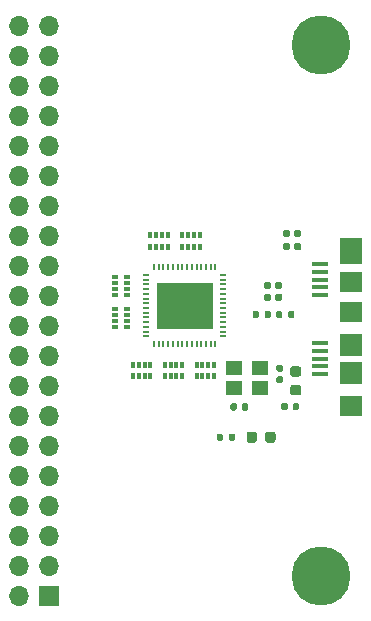
<source format=gts>
G04 #@! TF.GenerationSoftware,KiCad,Pcbnew,(5.1.8)-1*
G04 #@! TF.CreationDate,2021-01-03T21:05:33+07:00*
G04 #@! TF.ProjectId,FT600_Adapter,46543630-305f-4416-9461-707465722e6b,rev?*
G04 #@! TF.SameCoordinates,Original*
G04 #@! TF.FileFunction,Soldermask,Top*
G04 #@! TF.FilePolarity,Negative*
%FSLAX46Y46*%
G04 Gerber Fmt 4.6, Leading zero omitted, Abs format (unit mm)*
G04 Created by KiCad (PCBNEW (5.1.8)-1) date 2021-01-03 21:05:33*
%MOMM*%
%LPD*%
G01*
G04 APERTURE LIST*
%ADD10C,5.000000*%
%ADD11R,4.700000X3.900000*%
%ADD12R,0.500000X0.250000*%
%ADD13R,0.250000X0.500000*%
%ADD14R,1.900000X1.800000*%
%ADD15R,1.900000X1.900000*%
%ADD16R,1.900000X2.300000*%
%ADD17R,1.350000X0.400000*%
%ADD18R,0.400000X0.500000*%
%ADD19R,0.300000X0.500000*%
%ADD20R,0.500000X0.400000*%
%ADD21R,0.500000X0.300000*%
%ADD22O,1.700000X1.700000*%
%ADD23R,1.700000X1.700000*%
%ADD24R,1.400000X1.200000*%
G04 APERTURE END LIST*
D10*
X135000000Y-126000000D03*
X135000000Y-81000000D03*
D11*
X123500000Y-103100000D03*
D12*
X120250000Y-105700000D03*
X120250000Y-105300000D03*
X120250000Y-104900000D03*
X120250000Y-104500000D03*
X120250000Y-104100000D03*
X120250000Y-103700000D03*
X120250000Y-103300000D03*
X120250000Y-102900000D03*
X120250000Y-102500000D03*
X120250000Y-102100000D03*
X120250000Y-101700000D03*
X120250000Y-101300000D03*
X120250000Y-100900000D03*
X120250000Y-100500000D03*
D13*
X120900000Y-99850000D03*
X121300000Y-99850000D03*
X121700000Y-99850000D03*
X122100000Y-99850000D03*
X122500000Y-99850000D03*
X122900000Y-99850000D03*
X123300000Y-99850000D03*
X123700000Y-99850000D03*
X124100000Y-99850000D03*
X124500000Y-99850000D03*
X124900000Y-99850000D03*
X125300000Y-99850000D03*
X125700000Y-99850000D03*
X126100000Y-99850000D03*
D12*
X126750000Y-100500000D03*
X126750000Y-100900000D03*
X126750000Y-101300000D03*
X126750000Y-101700000D03*
X126750000Y-102100000D03*
X126750000Y-102500000D03*
X126750000Y-102900000D03*
X126750000Y-103300000D03*
X126750000Y-103700000D03*
X126750000Y-104100000D03*
X126750000Y-104500000D03*
X126750000Y-104900000D03*
X126750000Y-105300000D03*
X126750000Y-105700000D03*
D13*
X126100000Y-106350000D03*
X125700000Y-106350000D03*
X125300000Y-106350000D03*
X124900000Y-106350000D03*
X124500000Y-106350000D03*
X124100000Y-106350000D03*
X123700000Y-106350000D03*
X123300000Y-106350000D03*
X122900000Y-106350000D03*
X122500000Y-106350000D03*
X122100000Y-106350000D03*
X121700000Y-106350000D03*
X121300000Y-106350000D03*
X120900000Y-106350000D03*
D14*
X137600000Y-111600000D03*
D15*
X137600000Y-108800000D03*
X137600000Y-106400000D03*
D14*
X137600000Y-103600000D03*
D16*
X137600000Y-98500000D03*
D14*
X137600000Y-101100000D03*
D17*
X134925000Y-108250000D03*
X134925000Y-106950000D03*
X134925000Y-106300000D03*
X134925000Y-108900000D03*
X134925000Y-107600000D03*
X134925000Y-102200000D03*
X134925000Y-99600000D03*
X134925000Y-100250000D03*
X134925000Y-101550000D03*
X134925000Y-100900000D03*
G36*
G01*
X127230000Y-114435000D02*
X127230000Y-114065000D01*
G75*
G02*
X127365000Y-113930000I135000J0D01*
G01*
X127635000Y-113930000D01*
G75*
G02*
X127770000Y-114065000I0J-135000D01*
G01*
X127770000Y-114435000D01*
G75*
G02*
X127635000Y-114570000I-135000J0D01*
G01*
X127365000Y-114570000D01*
G75*
G02*
X127230000Y-114435000I0J135000D01*
G01*
G37*
G36*
G01*
X126210000Y-114435000D02*
X126210000Y-114065000D01*
G75*
G02*
X126345000Y-113930000I135000J0D01*
G01*
X126615000Y-113930000D01*
G75*
G02*
X126750000Y-114065000I0J-135000D01*
G01*
X126750000Y-114435000D01*
G75*
G02*
X126615000Y-114570000I-135000J0D01*
G01*
X126345000Y-114570000D01*
G75*
G02*
X126210000Y-114435000I0J135000D01*
G01*
G37*
G36*
G01*
X129612500Y-113993750D02*
X129612500Y-114506250D01*
G75*
G02*
X129393750Y-114725000I-218750J0D01*
G01*
X128956250Y-114725000D01*
G75*
G02*
X128737500Y-114506250I0J218750D01*
G01*
X128737500Y-113993750D01*
G75*
G02*
X128956250Y-113775000I218750J0D01*
G01*
X129393750Y-113775000D01*
G75*
G02*
X129612500Y-113993750I0J-218750D01*
G01*
G37*
G36*
G01*
X131187500Y-113993750D02*
X131187500Y-114506250D01*
G75*
G02*
X130968750Y-114725000I-218750J0D01*
G01*
X130531250Y-114725000D01*
G75*
G02*
X130312500Y-114506250I0J218750D01*
G01*
X130312500Y-113993750D01*
G75*
G02*
X130531250Y-113775000I218750J0D01*
G01*
X130968750Y-113775000D01*
G75*
G02*
X131187500Y-113993750I0J-218750D01*
G01*
G37*
G36*
G01*
X132410000Y-97927500D02*
X132410000Y-98272500D01*
G75*
G02*
X132262500Y-98420000I-147500J0D01*
G01*
X131967500Y-98420000D01*
G75*
G02*
X131820000Y-98272500I0J147500D01*
G01*
X131820000Y-97927500D01*
G75*
G02*
X131967500Y-97780000I147500J0D01*
G01*
X132262500Y-97780000D01*
G75*
G02*
X132410000Y-97927500I0J-147500D01*
G01*
G37*
G36*
G01*
X133380000Y-97927500D02*
X133380000Y-98272500D01*
G75*
G02*
X133232500Y-98420000I-147500J0D01*
G01*
X132937500Y-98420000D01*
G75*
G02*
X132790000Y-98272500I0J147500D01*
G01*
X132790000Y-97927500D01*
G75*
G02*
X132937500Y-97780000I147500J0D01*
G01*
X133232500Y-97780000D01*
G75*
G02*
X133380000Y-97927500I0J-147500D01*
G01*
G37*
G36*
G01*
X131175000Y-101572500D02*
X131175000Y-101227500D01*
G75*
G02*
X131322500Y-101080000I147500J0D01*
G01*
X131617500Y-101080000D01*
G75*
G02*
X131765000Y-101227500I0J-147500D01*
G01*
X131765000Y-101572500D01*
G75*
G02*
X131617500Y-101720000I-147500J0D01*
G01*
X131322500Y-101720000D01*
G75*
G02*
X131175000Y-101572500I0J147500D01*
G01*
G37*
G36*
G01*
X130205000Y-101572500D02*
X130205000Y-101227500D01*
G75*
G02*
X130352500Y-101080000I147500J0D01*
G01*
X130647500Y-101080000D01*
G75*
G02*
X130795000Y-101227500I0J-147500D01*
G01*
X130795000Y-101572500D01*
G75*
G02*
X130647500Y-101720000I-147500J0D01*
G01*
X130352500Y-101720000D01*
G75*
G02*
X130205000Y-101572500I0J147500D01*
G01*
G37*
G36*
G01*
X131175000Y-102572500D02*
X131175000Y-102227500D01*
G75*
G02*
X131322500Y-102080000I147500J0D01*
G01*
X131617500Y-102080000D01*
G75*
G02*
X131765000Y-102227500I0J-147500D01*
G01*
X131765000Y-102572500D01*
G75*
G02*
X131617500Y-102720000I-147500J0D01*
G01*
X131322500Y-102720000D01*
G75*
G02*
X131175000Y-102572500I0J147500D01*
G01*
G37*
G36*
G01*
X130205000Y-102572500D02*
X130205000Y-102227500D01*
G75*
G02*
X130352500Y-102080000I147500J0D01*
G01*
X130647500Y-102080000D01*
G75*
G02*
X130795000Y-102227500I0J-147500D01*
G01*
X130795000Y-102572500D01*
G75*
G02*
X130647500Y-102720000I-147500J0D01*
G01*
X130352500Y-102720000D01*
G75*
G02*
X130205000Y-102572500I0J147500D01*
G01*
G37*
G36*
G01*
X132395000Y-96827500D02*
X132395000Y-97172500D01*
G75*
G02*
X132247500Y-97320000I-147500J0D01*
G01*
X131952500Y-97320000D01*
G75*
G02*
X131805000Y-97172500I0J147500D01*
G01*
X131805000Y-96827500D01*
G75*
G02*
X131952500Y-96680000I147500J0D01*
G01*
X132247500Y-96680000D01*
G75*
G02*
X132395000Y-96827500I0J-147500D01*
G01*
G37*
G36*
G01*
X133365000Y-96827500D02*
X133365000Y-97172500D01*
G75*
G02*
X133217500Y-97320000I-147500J0D01*
G01*
X132922500Y-97320000D01*
G75*
G02*
X132775000Y-97172500I0J147500D01*
G01*
X132775000Y-96827500D01*
G75*
G02*
X132922500Y-96680000I147500J0D01*
G01*
X133217500Y-96680000D01*
G75*
G02*
X133365000Y-96827500I0J-147500D01*
G01*
G37*
D18*
X126000000Y-108100000D03*
D19*
X125500000Y-108100000D03*
D18*
X124500000Y-108100000D03*
D19*
X125000000Y-108100000D03*
D18*
X126000000Y-109100000D03*
D19*
X125000000Y-109100000D03*
X125500000Y-109100000D03*
D18*
X124500000Y-109100000D03*
D20*
X118600000Y-104900000D03*
D21*
X118600000Y-104400000D03*
D20*
X118600000Y-103400000D03*
D21*
X118600000Y-103900000D03*
D20*
X117600000Y-104900000D03*
D21*
X117600000Y-103900000D03*
X117600000Y-104400000D03*
D20*
X117600000Y-103400000D03*
X118600000Y-102200000D03*
D21*
X118600000Y-101700000D03*
D20*
X118600000Y-100700000D03*
D21*
X118600000Y-101200000D03*
D20*
X117600000Y-102200000D03*
D21*
X117600000Y-101200000D03*
X117600000Y-101700000D03*
D20*
X117600000Y-100700000D03*
D18*
X120600000Y-98100000D03*
D19*
X121100000Y-98100000D03*
D18*
X122100000Y-98100000D03*
D19*
X121600000Y-98100000D03*
D18*
X120600000Y-97100000D03*
D19*
X121600000Y-97100000D03*
X121100000Y-97100000D03*
D18*
X122100000Y-97100000D03*
X123300000Y-98100000D03*
D19*
X123800000Y-98100000D03*
D18*
X124800000Y-98100000D03*
D19*
X124300000Y-98100000D03*
D18*
X123300000Y-97100000D03*
D19*
X124300000Y-97100000D03*
X123800000Y-97100000D03*
D18*
X124800000Y-97100000D03*
X123300000Y-108100000D03*
D19*
X122800000Y-108100000D03*
D18*
X121800000Y-108100000D03*
D19*
X122300000Y-108100000D03*
D18*
X123300000Y-109100000D03*
D19*
X122300000Y-109100000D03*
X122800000Y-109100000D03*
D18*
X121800000Y-109100000D03*
X120600000Y-108100000D03*
D19*
X120100000Y-108100000D03*
D18*
X119100000Y-108100000D03*
D19*
X119600000Y-108100000D03*
D18*
X120600000Y-109100000D03*
D19*
X119600000Y-109100000D03*
X120100000Y-109100000D03*
D18*
X119100000Y-109100000D03*
D22*
X109460000Y-79440000D03*
X112000000Y-79440000D03*
X109460000Y-81980000D03*
X112000000Y-81980000D03*
X109460000Y-84520000D03*
X112000000Y-84520000D03*
X109460000Y-87060000D03*
X112000000Y-87060000D03*
X109460000Y-89600000D03*
X112000000Y-89600000D03*
X109460000Y-92140000D03*
X112000000Y-92140000D03*
X109460000Y-94680000D03*
X112000000Y-94680000D03*
X109460000Y-97220000D03*
X112000000Y-97220000D03*
X109460000Y-99760000D03*
X112000000Y-99760000D03*
X109460000Y-102300000D03*
X112000000Y-102300000D03*
X109460000Y-104840000D03*
X112000000Y-104840000D03*
X109460000Y-107380000D03*
X112000000Y-107380000D03*
X109460000Y-109920000D03*
X112000000Y-109920000D03*
X109460000Y-112460000D03*
X112000000Y-112460000D03*
X109460000Y-115000000D03*
X112000000Y-115000000D03*
X109460000Y-117540000D03*
X112000000Y-117540000D03*
X109460000Y-120080000D03*
X112000000Y-120080000D03*
X109460000Y-122620000D03*
X112000000Y-122620000D03*
X109460000Y-125160000D03*
X112000000Y-125160000D03*
X109460000Y-127700000D03*
D23*
X112000000Y-127700000D03*
G36*
G01*
X132250000Y-104045000D02*
X132250000Y-103675000D01*
G75*
G02*
X132385000Y-103540000I135000J0D01*
G01*
X132655000Y-103540000D01*
G75*
G02*
X132790000Y-103675000I0J-135000D01*
G01*
X132790000Y-104045000D01*
G75*
G02*
X132655000Y-104180000I-135000J0D01*
G01*
X132385000Y-104180000D01*
G75*
G02*
X132250000Y-104045000I0J135000D01*
G01*
G37*
G36*
G01*
X131230000Y-104045000D02*
X131230000Y-103675000D01*
G75*
G02*
X131365000Y-103540000I135000J0D01*
G01*
X131635000Y-103540000D01*
G75*
G02*
X131770000Y-103675000I0J-135000D01*
G01*
X131770000Y-104045000D01*
G75*
G02*
X131635000Y-104180000I-135000J0D01*
G01*
X131365000Y-104180000D01*
G75*
G02*
X131230000Y-104045000I0J135000D01*
G01*
G37*
G36*
G01*
X130260000Y-104045000D02*
X130260000Y-103675000D01*
G75*
G02*
X130395000Y-103540000I135000J0D01*
G01*
X130665000Y-103540000D01*
G75*
G02*
X130800000Y-103675000I0J-135000D01*
G01*
X130800000Y-104045000D01*
G75*
G02*
X130665000Y-104180000I-135000J0D01*
G01*
X130395000Y-104180000D01*
G75*
G02*
X130260000Y-104045000I0J135000D01*
G01*
G37*
G36*
G01*
X129240000Y-104045000D02*
X129240000Y-103675000D01*
G75*
G02*
X129375000Y-103540000I135000J0D01*
G01*
X129645000Y-103540000D01*
G75*
G02*
X129780000Y-103675000I0J-135000D01*
G01*
X129780000Y-104045000D01*
G75*
G02*
X129645000Y-104180000I-135000J0D01*
G01*
X129375000Y-104180000D01*
G75*
G02*
X129240000Y-104045000I0J135000D01*
G01*
G37*
G36*
G01*
X131380000Y-109090000D02*
X131720000Y-109090000D01*
G75*
G02*
X131860000Y-109230000I0J-140000D01*
G01*
X131860000Y-109510000D01*
G75*
G02*
X131720000Y-109650000I-140000J0D01*
G01*
X131380000Y-109650000D01*
G75*
G02*
X131240000Y-109510000I0J140000D01*
G01*
X131240000Y-109230000D01*
G75*
G02*
X131380000Y-109090000I140000J0D01*
G01*
G37*
G36*
G01*
X131380000Y-108130000D02*
X131720000Y-108130000D01*
G75*
G02*
X131860000Y-108270000I0J-140000D01*
G01*
X131860000Y-108550000D01*
G75*
G02*
X131720000Y-108690000I-140000J0D01*
G01*
X131380000Y-108690000D01*
G75*
G02*
X131240000Y-108550000I0J140000D01*
G01*
X131240000Y-108270000D01*
G75*
G02*
X131380000Y-108130000I140000J0D01*
G01*
G37*
G36*
G01*
X128330000Y-111840000D02*
X128330000Y-111500000D01*
G75*
G02*
X128470000Y-111360000I140000J0D01*
G01*
X128750000Y-111360000D01*
G75*
G02*
X128890000Y-111500000I0J-140000D01*
G01*
X128890000Y-111840000D01*
G75*
G02*
X128750000Y-111980000I-140000J0D01*
G01*
X128470000Y-111980000D01*
G75*
G02*
X128330000Y-111840000I0J140000D01*
G01*
G37*
G36*
G01*
X127370000Y-111840000D02*
X127370000Y-111500000D01*
G75*
G02*
X127510000Y-111360000I140000J0D01*
G01*
X127790000Y-111360000D01*
G75*
G02*
X127930000Y-111500000I0J-140000D01*
G01*
X127930000Y-111840000D01*
G75*
G02*
X127790000Y-111980000I-140000J0D01*
G01*
X127510000Y-111980000D01*
G75*
G02*
X127370000Y-111840000I0J140000D01*
G01*
G37*
D24*
X127650000Y-108400000D03*
X129850000Y-108400000D03*
X129850000Y-110100000D03*
X127650000Y-110100000D03*
G36*
G01*
X132643750Y-109812500D02*
X133156250Y-109812500D01*
G75*
G02*
X133375000Y-110031250I0J-218750D01*
G01*
X133375000Y-110468750D01*
G75*
G02*
X133156250Y-110687500I-218750J0D01*
G01*
X132643750Y-110687500D01*
G75*
G02*
X132425000Y-110468750I0J218750D01*
G01*
X132425000Y-110031250D01*
G75*
G02*
X132643750Y-109812500I218750J0D01*
G01*
G37*
G36*
G01*
X132643750Y-108237500D02*
X133156250Y-108237500D01*
G75*
G02*
X133375000Y-108456250I0J-218750D01*
G01*
X133375000Y-108893750D01*
G75*
G02*
X133156250Y-109112500I-218750J0D01*
G01*
X132643750Y-109112500D01*
G75*
G02*
X132425000Y-108893750I0J218750D01*
G01*
X132425000Y-108456250D01*
G75*
G02*
X132643750Y-108237500I218750J0D01*
G01*
G37*
G36*
G01*
X132230000Y-111480000D02*
X132230000Y-111820000D01*
G75*
G02*
X132090000Y-111960000I-140000J0D01*
G01*
X131810000Y-111960000D01*
G75*
G02*
X131670000Y-111820000I0J140000D01*
G01*
X131670000Y-111480000D01*
G75*
G02*
X131810000Y-111340000I140000J0D01*
G01*
X132090000Y-111340000D01*
G75*
G02*
X132230000Y-111480000I0J-140000D01*
G01*
G37*
G36*
G01*
X133190000Y-111480000D02*
X133190000Y-111820000D01*
G75*
G02*
X133050000Y-111960000I-140000J0D01*
G01*
X132770000Y-111960000D01*
G75*
G02*
X132630000Y-111820000I0J140000D01*
G01*
X132630000Y-111480000D01*
G75*
G02*
X132770000Y-111340000I140000J0D01*
G01*
X133050000Y-111340000D01*
G75*
G02*
X133190000Y-111480000I0J-140000D01*
G01*
G37*
M02*

</source>
